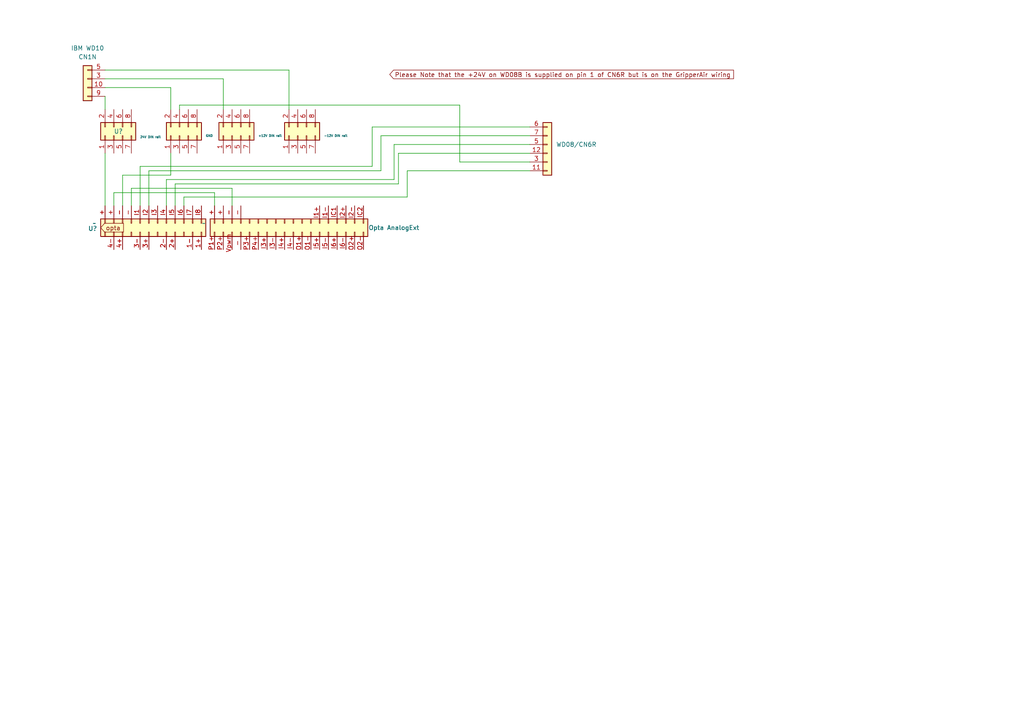
<source format=kicad_sch>
(kicad_sch
	(version 20231120)
	(generator "eeschema")
	(generator_version "8.0")
	(uuid "91c36254-6496-40d6-aa81-5485d6fad432")
	(paper "A4")
	(lib_symbols
		(symbol "Conn_02x04_Odd_Even_1"
			(pin_names
				(offset 1.016) hide)
			(exclude_from_sim no)
			(in_bom yes)
			(on_board yes)
			(property "Reference" ""
				(at 2.5401 -7.62 90)
				(effects
					(font
						(size 1.27 1.27)
					)
					(justify right)
				)
			)
			(property "Value" "GND"
				(at 0.0001 -7.62 90)
				(effects
					(font
						(size 1.27 1.27)
					)
					(justify right)
				)
			)
			(property "Footprint" ""
				(at 0 0 0)
				(effects
					(font
						(size 1.27 1.27)
					)
					(hide yes)
				)
			)
			(property "Datasheet" "~"
				(at 0 0 0)
				(effects
					(font
						(size 1.27 1.27)
					)
					(hide yes)
				)
			)
			(property "Description" "Generic connector, double row, 02x04, odd/even pin numbering scheme (row 1 odd numbers, row 2 even numbers), script generated (kicad-library-utils/schlib/autogen/connector/)"
				(at 0 0 0)
				(effects
					(font
						(size 1.27 1.27)
					)
					(hide yes)
				)
			)
			(property "ki_keywords" "connector"
				(at 0 0 0)
				(effects
					(font
						(size 1.27 1.27)
					)
					(hide yes)
				)
			)
			(property "ki_fp_filters" "Connector*:*_2x??_*"
				(at 0 0 0)
				(effects
					(font
						(size 1.27 1.27)
					)
					(hide yes)
				)
			)
			(symbol "Conn_02x04_Odd_Even_1_1_1"
				(rectangle
					(start -1.27 -4.953)
					(end 0 -5.207)
					(stroke
						(width 0.1524)
						(type default)
					)
					(fill
						(type none)
					)
				)
				(rectangle
					(start -1.27 -2.413)
					(end 0 -2.667)
					(stroke
						(width 0.1524)
						(type default)
					)
					(fill
						(type none)
					)
				)
				(rectangle
					(start -1.27 0.127)
					(end 0 -0.127)
					(stroke
						(width 0.1524)
						(type default)
					)
					(fill
						(type none)
					)
				)
				(rectangle
					(start -1.27 2.667)
					(end 0 2.413)
					(stroke
						(width 0.1524)
						(type default)
					)
					(fill
						(type none)
					)
				)
				(rectangle
					(start -1.27 3.81)
					(end 3.81 -6.35)
					(stroke
						(width 0.254)
						(type default)
					)
					(fill
						(type background)
					)
				)
				(rectangle
					(start 3.81 -4.953)
					(end 2.54 -5.207)
					(stroke
						(width 0.1524)
						(type default)
					)
					(fill
						(type none)
					)
				)
				(rectangle
					(start 3.81 -2.413)
					(end 2.54 -2.667)
					(stroke
						(width 0.1524)
						(type default)
					)
					(fill
						(type none)
					)
				)
				(rectangle
					(start 3.81 0.127)
					(end 2.54 -0.127)
					(stroke
						(width 0.1524)
						(type default)
					)
					(fill
						(type none)
					)
				)
				(rectangle
					(start 3.81 2.667)
					(end 2.54 2.413)
					(stroke
						(width 0.1524)
						(type default)
					)
					(fill
						(type none)
					)
				)
				(pin passive line
					(at -5.08 2.54 0)
					(length 3.81)
					(name "Pin_1"
						(effects
							(font
								(size 1.27 1.27)
							)
						)
					)
					(number "1"
						(effects
							(font
								(size 1.27 1.27)
							)
						)
					)
				)
				(pin passive line
					(at 7.62 2.54 180)
					(length 3.81)
					(name "Pin_2"
						(effects
							(font
								(size 1.27 1.27)
							)
						)
					)
					(number "2"
						(effects
							(font
								(size 1.27 1.27)
							)
						)
					)
				)
				(pin passive line
					(at -5.08 0 0)
					(length 3.81)
					(name "Pin_3"
						(effects
							(font
								(size 1.27 1.27)
							)
						)
					)
					(number "3"
						(effects
							(font
								(size 1.27 1.27)
							)
						)
					)
				)
				(pin passive line
					(at 7.62 0 180)
					(length 3.81)
					(name "Pin_4"
						(effects
							(font
								(size 1.27 1.27)
							)
						)
					)
					(number "4"
						(effects
							(font
								(size 1.27 1.27)
							)
						)
					)
				)
				(pin passive line
					(at -5.08 -2.54 0)
					(length 3.81)
					(name "Pin_5"
						(effects
							(font
								(size 1.27 1.27)
							)
						)
					)
					(number "5"
						(effects
							(font
								(size 1.27 1.27)
							)
						)
					)
				)
				(pin passive line
					(at 7.62 -2.54 180)
					(length 3.81)
					(name "Pin_6"
						(effects
							(font
								(size 1.27 1.27)
							)
						)
					)
					(number "6"
						(effects
							(font
								(size 1.27 1.27)
							)
						)
					)
				)
				(pin passive line
					(at -5.08 -5.08 0)
					(length 3.81)
					(name "Pin_7"
						(effects
							(font
								(size 1.27 1.27)
							)
						)
					)
					(number "7"
						(effects
							(font
								(size 1.27 1.27)
							)
						)
					)
				)
				(pin passive line
					(at 7.62 -5.08 180)
					(length 3.81)
					(name "Pin_8"
						(effects
							(font
								(size 1.27 1.27)
							)
						)
					)
					(number "8"
						(effects
							(font
								(size 1.27 1.27)
							)
						)
					)
				)
			)
		)
		(symbol "Conn_02x04_Odd_Even_2"
			(pin_names
				(offset 1.016) hide)
			(exclude_from_sim no)
			(in_bom yes)
			(on_board yes)
			(property "Reference" ""
				(at 2.5401 -7.62 90)
				(effects
					(font
						(size 1.27 1.27)
					)
					(justify right)
				)
			)
			(property "Value" "+12V DIN rail"
				(at 0.0001 -7.62 90)
				(effects
					(font
						(size 1.27 1.27)
					)
					(justify right)
				)
			)
			(property "Footprint" ""
				(at 0 0 0)
				(effects
					(font
						(size 1.27 1.27)
					)
					(hide yes)
				)
			)
			(property "Datasheet" "~"
				(at 0 0 0)
				(effects
					(font
						(size 1.27 1.27)
					)
					(hide yes)
				)
			)
			(property "Description" "Generic connector, double row, 02x04, odd/even pin numbering scheme (row 1 odd numbers, row 2 even numbers), script generated (kicad-library-utils/schlib/autogen/connector/)"
				(at 0 0 0)
				(effects
					(font
						(size 1.27 1.27)
					)
					(hide yes)
				)
			)
			(property "ki_keywords" "connector"
				(at 0 0 0)
				(effects
					(font
						(size 1.27 1.27)
					)
					(hide yes)
				)
			)
			(property "ki_fp_filters" "Connector*:*_2x??_*"
				(at 0 0 0)
				(effects
					(font
						(size 1.27 1.27)
					)
					(hide yes)
				)
			)
			(symbol "Conn_02x04_Odd_Even_2_1_1"
				(rectangle
					(start -1.27 -4.953)
					(end 0 -5.207)
					(stroke
						(width 0.1524)
						(type default)
					)
					(fill
						(type none)
					)
				)
				(rectangle
					(start -1.27 -2.413)
					(end 0 -2.667)
					(stroke
						(width 0.1524)
						(type default)
					)
					(fill
						(type none)
					)
				)
				(rectangle
					(start -1.27 0.127)
					(end 0 -0.127)
					(stroke
						(width 0.1524)
						(type default)
					)
					(fill
						(type none)
					)
				)
				(rectangle
					(start -1.27 2.667)
					(end 0 2.413)
					(stroke
						(width 0.1524)
						(type default)
					)
					(fill
						(type none)
					)
				)
				(rectangle
					(start -1.27 3.81)
					(end 3.81 -6.35)
					(stroke
						(width 0.254)
						(type default)
					)
					(fill
						(type background)
					)
				)
				(rectangle
					(start 3.81 -4.953)
					(end 2.54 -5.207)
					(stroke
						(width 0.1524)
						(type default)
					)
					(fill
						(type none)
					)
				)
				(rectangle
					(start 3.81 -2.413)
					(end 2.54 -2.667)
					(stroke
						(width 0.1524)
						(type default)
					)
					(fill
						(type none)
					)
				)
				(rectangle
					(start 3.81 0.127)
					(end 2.54 -0.127)
					(stroke
						(width 0.1524)
						(type default)
					)
					(fill
						(type none)
					)
				)
				(rectangle
					(start 3.81 2.667)
					(end 2.54 2.413)
					(stroke
						(width 0.1524)
						(type default)
					)
					(fill
						(type none)
					)
				)
				(pin passive line
					(at -5.08 2.54 0)
					(length 3.81)
					(name "Pin_1"
						(effects
							(font
								(size 1.27 1.27)
							)
						)
					)
					(number "1"
						(effects
							(font
								(size 1.27 1.27)
							)
						)
					)
				)
				(pin passive line
					(at 7.62 2.54 180)
					(length 3.81)
					(name "Pin_2"
						(effects
							(font
								(size 1.27 1.27)
							)
						)
					)
					(number "2"
						(effects
							(font
								(size 1.27 1.27)
							)
						)
					)
				)
				(pin passive line
					(at -5.08 0 0)
					(length 3.81)
					(name "Pin_3"
						(effects
							(font
								(size 1.27 1.27)
							)
						)
					)
					(number "3"
						(effects
							(font
								(size 1.27 1.27)
							)
						)
					)
				)
				(pin passive line
					(at 7.62 0 180)
					(length 3.81)
					(name "Pin_4"
						(effects
							(font
								(size 1.27 1.27)
							)
						)
					)
					(number "4"
						(effects
							(font
								(size 1.27 1.27)
							)
						)
					)
				)
				(pin passive line
					(at -5.08 -2.54 0)
					(length 3.81)
					(name "Pin_5"
						(effects
							(font
								(size 1.27 1.27)
							)
						)
					)
					(number "5"
						(effects
							(font
								(size 1.27 1.27)
							)
						)
					)
				)
				(pin passive line
					(at 7.62 -2.54 180)
					(length 3.81)
					(name "Pin_6"
						(effects
							(font
								(size 1.27 1.27)
							)
						)
					)
					(number "6"
						(effects
							(font
								(size 1.27 1.27)
							)
						)
					)
				)
				(pin passive line
					(at -5.08 -5.08 0)
					(length 3.81)
					(name "Pin_7"
						(effects
							(font
								(size 1.27 1.27)
							)
						)
					)
					(number "7"
						(effects
							(font
								(size 1.27 1.27)
							)
						)
					)
				)
				(pin passive line
					(at 7.62 -5.08 180)
					(length 3.81)
					(name "Pin_8"
						(effects
							(font
								(size 1.27 1.27)
							)
						)
					)
					(number "8"
						(effects
							(font
								(size 1.27 1.27)
							)
						)
					)
				)
			)
		)
		(symbol "Conn_02x04_Odd_Even_3"
			(pin_names
				(offset 1.016) hide)
			(exclude_from_sim no)
			(in_bom yes)
			(on_board yes)
			(property "Reference" "-12V"
				(at 2.5401 -7.62 90)
				(effects
					(font
						(size 1.27 1.27)
					)
					(justify right)
				)
			)
			(property "Value" "-12V DIN rail"
				(at 0.0001 -7.62 90)
				(effects
					(font
						(size 1.27 1.27)
					)
					(justify right)
				)
			)
			(property "Footprint" ""
				(at 0 0 0)
				(effects
					(font
						(size 1.27 1.27)
					)
					(hide yes)
				)
			)
			(property "Datasheet" "~"
				(at 0 0 0)
				(effects
					(font
						(size 1.27 1.27)
					)
					(hide yes)
				)
			)
			(property "Description" "Generic connector, double row, 02x04, odd/even pin numbering scheme (row 1 odd numbers, row 2 even numbers), script generated (kicad-library-utils/schlib/autogen/connector/)"
				(at 0 0 0)
				(effects
					(font
						(size 1.27 1.27)
					)
					(hide yes)
				)
			)
			(property "ki_keywords" "connector"
				(at 0 0 0)
				(effects
					(font
						(size 1.27 1.27)
					)
					(hide yes)
				)
			)
			(property "ki_fp_filters" "Connector*:*_2x??_*"
				(at 0 0 0)
				(effects
					(font
						(size 1.27 1.27)
					)
					(hide yes)
				)
			)
			(symbol "Conn_02x04_Odd_Even_3_1_1"
				(rectangle
					(start -1.27 -4.953)
					(end 0 -5.207)
					(stroke
						(width 0.1524)
						(type default)
					)
					(fill
						(type none)
					)
				)
				(rectangle
					(start -1.27 -2.413)
					(end 0 -2.667)
					(stroke
						(width 0.1524)
						(type default)
					)
					(fill
						(type none)
					)
				)
				(rectangle
					(start -1.27 0.127)
					(end 0 -0.127)
					(stroke
						(width 0.1524)
						(type default)
					)
					(fill
						(type none)
					)
				)
				(rectangle
					(start -1.27 2.667)
					(end 0 2.413)
					(stroke
						(width 0.1524)
						(type default)
					)
					(fill
						(type none)
					)
				)
				(rectangle
					(start -1.27 3.81)
					(end 3.81 -6.35)
					(stroke
						(width 0.254)
						(type default)
					)
					(fill
						(type background)
					)
				)
				(rectangle
					(start 3.81 -4.953)
					(end 2.54 -5.207)
					(stroke
						(width 0.1524)
						(type default)
					)
					(fill
						(type none)
					)
				)
				(rectangle
					(start 3.81 -2.413)
					(end 2.54 -2.667)
					(stroke
						(width 0.1524)
						(type default)
					)
					(fill
						(type none)
					)
				)
				(rectangle
					(start 3.81 0.127)
					(end 2.54 -0.127)
					(stroke
						(width 0.1524)
						(type default)
					)
					(fill
						(type none)
					)
				)
				(rectangle
					(start 3.81 2.667)
					(end 2.54 2.413)
					(stroke
						(width 0.1524)
						(type default)
					)
					(fill
						(type none)
					)
				)
				(pin passive line
					(at -5.08 2.54 0)
					(length 3.81)
					(name "Pin_1"
						(effects
							(font
								(size 1.27 1.27)
							)
						)
					)
					(number "1"
						(effects
							(font
								(size 1.27 1.27)
							)
						)
					)
				)
				(pin passive line
					(at 7.62 2.54 180)
					(length 3.81)
					(name "Pin_2"
						(effects
							(font
								(size 1.27 1.27)
							)
						)
					)
					(number "2"
						(effects
							(font
								(size 1.27 1.27)
							)
						)
					)
				)
				(pin passive line
					(at -5.08 0 0)
					(length 3.81)
					(name "Pin_3"
						(effects
							(font
								(size 1.27 1.27)
							)
						)
					)
					(number "3"
						(effects
							(font
								(size 1.27 1.27)
							)
						)
					)
				)
				(pin passive line
					(at 7.62 0 180)
					(length 3.81)
					(name "Pin_4"
						(effects
							(font
								(size 1.27 1.27)
							)
						)
					)
					(number "4"
						(effects
							(font
								(size 1.27 1.27)
							)
						)
					)
				)
				(pin passive line
					(at -5.08 -2.54 0)
					(length 3.81)
					(name "Pin_5"
						(effects
							(font
								(size 1.27 1.27)
							)
						)
					)
					(number "5"
						(effects
							(font
								(size 1.27 1.27)
							)
						)
					)
				)
				(pin passive line
					(at 7.62 -2.54 180)
					(length 3.81)
					(name "Pin_6"
						(effects
							(font
								(size 1.27 1.27)
							)
						)
					)
					(number "6"
						(effects
							(font
								(size 1.27 1.27)
							)
						)
					)
				)
				(pin passive line
					(at -5.08 -5.08 0)
					(length 3.81)
					(name "Pin_7"
						(effects
							(font
								(size 1.27 1.27)
							)
						)
					)
					(number "7"
						(effects
							(font
								(size 1.27 1.27)
							)
						)
					)
				)
				(pin passive line
					(at 7.62 -5.08 180)
					(length 3.81)
					(name "Pin_8"
						(effects
							(font
								(size 1.27 1.27)
							)
						)
					)
					(number "8"
						(effects
							(font
								(size 1.27 1.27)
							)
						)
					)
				)
			)
		)
		(symbol "Connector_Generic:Conn_01x04"
			(pin_names
				(offset 1.016) hide)
			(exclude_from_sim no)
			(in_bom yes)
			(on_board yes)
			(property "Reference" "IBM WD10"
				(at 0 -11.43 0)
				(effects
					(font
						(size 1.27 1.27)
					)
				)
			)
			(property "Value" "CN1N"
				(at 0 -8.89 0)
				(effects
					(font
						(size 1.27 1.27)
					)
				)
			)
			(property "Footprint" ""
				(at 0 0 0)
				(effects
					(font
						(size 1.27 1.27)
					)
					(hide yes)
				)
			)
			(property "Datasheet" "~"
				(at 0 0 0)
				(effects
					(font
						(size 1.27 1.27)
					)
					(hide yes)
				)
			)
			(property "Description" "Generic connector, single row, 01x04, script generated (kicad-library-utils/schlib/autogen/connector/)"
				(at 0 0 0)
				(effects
					(font
						(size 1.27 1.27)
					)
					(hide yes)
				)
			)
			(property "ki_keywords" "connector"
				(at 0 0 0)
				(effects
					(font
						(size 1.27 1.27)
					)
					(hide yes)
				)
			)
			(property "ki_fp_filters" "Connector*:*_1x??_*"
				(at 0 0 0)
				(effects
					(font
						(size 1.27 1.27)
					)
					(hide yes)
				)
			)
			(symbol "Conn_01x04_1_1"
				(rectangle
					(start -1.27 -4.953)
					(end 0 -5.207)
					(stroke
						(width 0.1524)
						(type default)
					)
					(fill
						(type none)
					)
				)
				(rectangle
					(start -1.27 -2.413)
					(end 0 -2.667)
					(stroke
						(width 0.1524)
						(type default)
					)
					(fill
						(type none)
					)
				)
				(rectangle
					(start -1.27 0.127)
					(end 0 -0.127)
					(stroke
						(width 0.1524)
						(type default)
					)
					(fill
						(type none)
					)
				)
				(rectangle
					(start -1.27 2.667)
					(end 0 2.413)
					(stroke
						(width 0.1524)
						(type default)
					)
					(fill
						(type none)
					)
				)
				(rectangle
					(start -1.27 3.81)
					(end 1.27 -6.35)
					(stroke
						(width 0.254)
						(type default)
					)
					(fill
						(type background)
					)
				)
				(pin passive line
					(at -5.08 0 0)
					(length 3.81)
					(name "Pin_2"
						(effects
							(font
								(size 1.27 1.27)
							)
						)
					)
					(number "10"
						(effects
							(font
								(size 1.27 1.27)
							)
						)
					)
				)
				(pin passive line
					(at -5.08 -2.54 0)
					(length 3.81)
					(name "Pin_3"
						(effects
							(font
								(size 1.27 1.27)
							)
						)
					)
					(number "3"
						(effects
							(font
								(size 1.27 1.27)
							)
						)
					)
				)
				(pin passive line
					(at -5.08 -5.08 0)
					(length 3.81)
					(name "Pin_4"
						(effects
							(font
								(size 1.27 1.27)
							)
						)
					)
					(number "5"
						(effects
							(font
								(size 1.27 1.27)
							)
						)
					)
				)
				(pin passive line
					(at -5.08 2.54 0)
					(length 3.81)
					(name "Pin_1"
						(effects
							(font
								(size 1.27 1.27)
							)
						)
					)
					(number "9"
						(effects
							(font
								(size 1.27 1.27)
							)
						)
					)
				)
			)
		)
		(symbol "Connector_Generic:Conn_01x06"
			(pin_names
				(offset 1.016) hide)
			(exclude_from_sim no)
			(in_bom yes)
			(on_board yes)
			(property "Reference" "WD08/CN6R"
				(at 2.54 0.0001 0)
				(effects
					(font
						(size 1.27 1.27)
					)
					(justify left)
				)
			)
			(property "Value" "Conn_01x06"
				(at 2.54 -2.5399 0)
				(effects
					(font
						(size 1.27 1.27)
					)
					(justify left)
					(hide yes)
				)
			)
			(property "Footprint" ""
				(at 0 0 0)
				(effects
					(font
						(size 1.27 1.27)
					)
					(hide yes)
				)
			)
			(property "Datasheet" "~"
				(at 0 0 0)
				(effects
					(font
						(size 1.27 1.27)
					)
					(hide yes)
				)
			)
			(property "Description" "Generic connector, single row, 01x06, script generated (kicad-library-utils/schlib/autogen/connector/)"
				(at 0 0 0)
				(effects
					(font
						(size 1.27 1.27)
					)
					(hide yes)
				)
			)
			(property "ki_keywords" "connector"
				(at 0 0 0)
				(effects
					(font
						(size 1.27 1.27)
					)
					(hide yes)
				)
			)
			(property "ki_fp_filters" "Connector*:*_1x??_*"
				(at 0 0 0)
				(effects
					(font
						(size 1.27 1.27)
					)
					(hide yes)
				)
			)
			(symbol "Conn_01x06_1_1"
				(rectangle
					(start -1.27 -7.493)
					(end 0 -7.747)
					(stroke
						(width 0.1524)
						(type default)
					)
					(fill
						(type none)
					)
				)
				(rectangle
					(start -1.27 -4.953)
					(end 0 -5.207)
					(stroke
						(width 0.1524)
						(type default)
					)
					(fill
						(type none)
					)
				)
				(rectangle
					(start -1.27 -2.413)
					(end 0 -2.667)
					(stroke
						(width 0.1524)
						(type default)
					)
					(fill
						(type none)
					)
				)
				(rectangle
					(start -1.27 0.127)
					(end 0 -0.127)
					(stroke
						(width 0.1524)
						(type default)
					)
					(fill
						(type none)
					)
				)
				(rectangle
					(start -1.27 2.667)
					(end 0 2.413)
					(stroke
						(width 0.1524)
						(type default)
					)
					(fill
						(type none)
					)
				)
				(rectangle
					(start -1.27 5.207)
					(end 0 4.953)
					(stroke
						(width 0.1524)
						(type default)
					)
					(fill
						(type none)
					)
				)
				(rectangle
					(start -1.27 6.35)
					(end 1.27 -8.89)
					(stroke
						(width 0.254)
						(type default)
					)
					(fill
						(type background)
					)
				)
				(pin passive line
					(at -5.08 -7.62 0)
					(length 3.81)
					(name "Pin_6"
						(effects
							(font
								(size 1.27 1.27)
							)
						)
					)
					(number "11"
						(effects
							(font
								(size 1.27 1.27)
							)
						)
					)
				)
				(pin passive line
					(at -5.08 -2.54 0)
					(length 3.81)
					(name "Pin_4"
						(effects
							(font
								(size 1.27 1.27)
							)
						)
					)
					(number "12"
						(effects
							(font
								(size 1.27 1.27)
							)
						)
					)
				)
				(pin passive line
					(at -5.08 -5.08 0)
					(length 3.81)
					(name "Pin_5"
						(effects
							(font
								(size 1.27 1.27)
							)
						)
					)
					(number "3"
						(effects
							(font
								(size 1.27 1.27)
							)
						)
					)
				)
				(pin passive line
					(at -5.08 0 0)
					(length 3.81)
					(name "Pin_3"
						(effects
							(font
								(size 1.27 1.27)
							)
						)
					)
					(number "5"
						(effects
							(font
								(size 1.27 1.27)
							)
						)
					)
				)
				(pin passive line
					(at -5.08 5.08 0)
					(length 3.81)
					(name "Pin_1"
						(effects
							(font
								(size 1.27 1.27)
							)
						)
					)
					(number "6"
						(effects
							(font
								(size 1.27 1.27)
							)
						)
					)
				)
				(pin passive line
					(at -5.08 2.54 0)
					(length 3.81)
					(name "Pin_2"
						(effects
							(font
								(size 1.27 1.27)
							)
						)
					)
					(number "7"
						(effects
							(font
								(size 1.27 1.27)
							)
						)
					)
				)
			)
		)
		(symbol "Connector_Generic:Conn_02x04_Odd_Even"
			(pin_names
				(offset 1.016) hide)
			(exclude_from_sim no)
			(in_bom yes)
			(on_board yes)
			(property "Reference" ""
				(at 2.5401 -7.62 90)
				(effects
					(font
						(size 1.27 1.27)
					)
					(justify right)
				)
			)
			(property "Value" "24V DIN rail"
				(at 0.0001 -7.62 90)
				(effects
					(font
						(size 1.27 1.27)
					)
					(justify right)
				)
			)
			(property "Footprint" ""
				(at 0 0 0)
				(effects
					(font
						(size 1.27 1.27)
					)
					(hide yes)
				)
			)
			(property "Datasheet" "~"
				(at 0 0 0)
				(effects
					(font
						(size 1.27 1.27)
					)
					(hide yes)
				)
			)
			(property "Description" "Generic connector, double row, 02x04, odd/even pin numbering scheme (row 1 odd numbers, row 2 even numbers), script generated (kicad-library-utils/schlib/autogen/connector/)"
				(at 0 0 0)
				(effects
					(font
						(size 1.27 1.27)
					)
					(hide yes)
				)
			)
			(property "ki_keywords" "connector"
				(at 0 0 0)
				(effects
					(font
						(size 1.27 1.27)
					)
					(hide yes)
				)
			)
			(property "ki_fp_filters" "Connector*:*_2x??_*"
				(at 0 0 0)
				(effects
					(font
						(size 1.27 1.27)
					)
					(hide yes)
				)
			)
			(symbol "Conn_02x04_Odd_Even_1_1"
				(rectangle
					(start -1.27 -4.953)
					(end 0 -5.207)
					(stroke
						(width 0.1524)
						(type default)
					)
					(fill
						(type none)
					)
				)
				(rectangle
					(start -1.27 -2.413)
					(end 0 -2.667)
					(stroke
						(width 0.1524)
						(type default)
					)
					(fill
						(type none)
					)
				)
				(rectangle
					(start -1.27 0.127)
					(end 0 -0.127)
					(stroke
						(width 0.1524)
						(type default)
					)
					(fill
						(type none)
					)
				)
				(rectangle
					(start -1.27 2.667)
					(end 0 2.413)
					(stroke
						(width 0.1524)
						(type default)
					)
					(fill
						(type none)
					)
				)
				(rectangle
					(start -1.27 3.81)
					(end 3.81 -6.35)
					(stroke
						(width 0.254)
						(type default)
					)
					(fill
						(type background)
					)
				)
				(rectangle
					(start 3.81 -4.953)
					(end 2.54 -5.207)
					(stroke
						(width 0.1524)
						(type default)
					)
					(fill
						(type none)
					)
				)
				(rectangle
					(start 3.81 -2.413)
					(end 2.54 -2.667)
					(stroke
						(width 0.1524)
						(type default)
					)
					(fill
						(type none)
					)
				)
				(rectangle
					(start 3.81 0.127)
					(end 2.54 -0.127)
					(stroke
						(width 0.1524)
						(type default)
					)
					(fill
						(type none)
					)
				)
				(rectangle
					(start 3.81 2.667)
					(end 2.54 2.413)
					(stroke
						(width 0.1524)
						(type default)
					)
					(fill
						(type none)
					)
				)
				(pin passive line
					(at -5.08 2.54 0)
					(length 3.81)
					(name "Pin_1"
						(effects
							(font
								(size 1.27 1.27)
							)
						)
					)
					(number "1"
						(effects
							(font
								(size 1.27 1.27)
							)
						)
					)
				)
				(pin passive line
					(at 7.62 2.54 180)
					(length 3.81)
					(name "Pin_2"
						(effects
							(font
								(size 1.27 1.27)
							)
						)
					)
					(number "2"
						(effects
							(font
								(size 1.27 1.27)
							)
						)
					)
				)
				(pin passive line
					(at -5.08 0 0)
					(length 3.81)
					(name "Pin_3"
						(effects
							(font
								(size 1.27 1.27)
							)
						)
					)
					(number "3"
						(effects
							(font
								(size 1.27 1.27)
							)
						)
					)
				)
				(pin passive line
					(at 7.62 0 180)
					(length 3.81)
					(name "Pin_4"
						(effects
							(font
								(size 1.27 1.27)
							)
						)
					)
					(number "4"
						(effects
							(font
								(size 1.27 1.27)
							)
						)
					)
				)
				(pin passive line
					(at -5.08 -2.54 0)
					(length 3.81)
					(name "Pin_5"
						(effects
							(font
								(size 1.27 1.27)
							)
						)
					)
					(number "5"
						(effects
							(font
								(size 1.27 1.27)
							)
						)
					)
				)
				(pin passive line
					(at 7.62 -2.54 180)
					(length 3.81)
					(name "Pin_6"
						(effects
							(font
								(size 1.27 1.27)
							)
						)
					)
					(number "6"
						(effects
							(font
								(size 1.27 1.27)
							)
						)
					)
				)
				(pin passive line
					(at -5.08 -5.08 0)
					(length 3.81)
					(name "Pin_7"
						(effects
							(font
								(size 1.27 1.27)
							)
						)
					)
					(number "7"
						(effects
							(font
								(size 1.27 1.27)
							)
						)
					)
				)
				(pin passive line
					(at 7.62 -5.08 180)
					(length 3.81)
					(name "Pin_8"
						(effects
							(font
								(size 1.27 1.27)
							)
						)
					)
					(number "8"
						(effects
							(font
								(size 1.27 1.27)
							)
						)
					)
				)
			)
		)
		(symbol "Connector_Generic:Conn_02x12_Counter_Clockwise"
			(pin_names
				(offset 1.016) hide)
			(exclude_from_sim no)
			(in_bom yes)
			(on_board yes)
			(property "Reference" ""
				(at 2.5401 15.24 90)
				(effects
					(font
						(size 1.27 1.27)
					)
					(justify left)
				)
			)
			(property "Value" "OptaPro"
				(at 0.0001 15.24 90)
				(effects
					(font
						(size 1.27 1.27)
					)
					(justify left)
				)
			)
			(property "Footprint" ""
				(at 0 0 0)
				(effects
					(font
						(size 1.27 1.27)
					)
					(hide yes)
				)
			)
			(property "Datasheet" "~"
				(at 0 0 0)
				(effects
					(font
						(size 1.27 1.27)
					)
					(hide yes)
				)
			)
			(property "Description" "Generic connector, double row, 02x12, counter clockwise pin numbering scheme (similar to DIP package numbering), script generated "
				(at 0 0 0)
				(effects
					(font
						(size 1.27 1.27)
					)
					(hide yes)
				)
			)
			(property "ki_keywords" "connector"
				(at 0 0 0)
				(effects
					(font
						(size 1.27 1.27)
					)
					(hide yes)
				)
			)
			(property "ki_fp_filters" "Connector*:*_2x??_*"
				(at 0 0 0)
				(effects
					(font
						(size 1.27 1.27)
					)
					(hide yes)
				)
			)
			(symbol "Conn_02x12_Counter_Clockwise_1_1"
				(rectangle
					(start -1.27 -15.113)
					(end 0 -15.367)
					(stroke
						(width 0.1524)
						(type default)
					)
					(fill
						(type none)
					)
				)
				(rectangle
					(start -1.27 -12.573)
					(end 0 -12.827)
					(stroke
						(width 0.1524)
						(type default)
					)
					(fill
						(type none)
					)
				)
				(rectangle
					(start -1.27 -10.033)
					(end 0 -10.287)
					(stroke
						(width 0.1524)
						(type default)
					)
					(fill
						(type none)
					)
				)
				(rectangle
					(start -1.27 -7.493)
					(end 0 -7.747)
					(stroke
						(width 0.1524)
						(type default)
					)
					(fill
						(type none)
					)
				)
				(rectangle
					(start -1.27 -4.953)
					(end 0 -5.207)
					(stroke
						(width 0.1524)
						(type default)
					)
					(fill
						(type none)
					)
				)
				(rectangle
					(start -1.27 -2.413)
					(end 0 -2.667)
					(stroke
						(width 0.1524)
						(type default)
					)
					(fill
						(type none)
					)
				)
				(rectangle
					(start -1.27 0.127)
					(end 0 -0.127)
					(stroke
						(width 0.1524)
						(type default)
					)
					(fill
						(type none)
					)
				)
				(rectangle
					(start -1.27 2.667)
					(end 0 2.413)
					(stroke
						(width 0.1524)
						(type default)
					)
					(fill
						(type none)
					)
				)
				(rectangle
					(start -1.27 5.207)
					(end 0 4.953)
					(stroke
						(width 0.1524)
						(type default)
					)
					(fill
						(type none)
					)
				)
				(rectangle
					(start -1.27 7.747)
					(end 0 7.493)
					(stroke
						(width 0.1524)
						(type default)
					)
					(fill
						(type none)
					)
				)
				(rectangle
					(start -1.27 10.287)
					(end 0 10.033)
					(stroke
						(width 0.1524)
						(type default)
					)
					(fill
						(type none)
					)
				)
				(rectangle
					(start -1.27 12.827)
					(end 0 12.573)
					(stroke
						(width 0.1524)
						(type default)
					)
					(fill
						(type none)
					)
				)
				(rectangle
					(start -1.27 13.97)
					(end 3.81 -16.51)
					(stroke
						(width 0.254)
						(type default)
					)
					(fill
						(type background)
					)
				)
				(rectangle
					(start 3.81 -15.113)
					(end 2.54 -15.367)
					(stroke
						(width 0.1524)
						(type default)
					)
					(fill
						(type none)
					)
				)
				(rectangle
					(start 3.81 -12.573)
					(end 2.54 -12.827)
					(stroke
						(width 0.1524)
						(type default)
					)
					(fill
						(type none)
					)
				)
				(rectangle
					(start 3.81 -10.033)
					(end 2.54 -10.287)
					(stroke
						(width 0.1524)
						(type default)
					)
					(fill
						(type none)
					)
				)
				(rectangle
					(start 3.81 -7.493)
					(end 2.54 -7.747)
					(stroke
						(width 0.1524)
						(type default)
					)
					(fill
						(type none)
					)
				)
				(rectangle
					(start 3.81 -4.953)
					(end 2.54 -5.207)
					(stroke
						(width 0.1524)
						(type default)
					)
					(fill
						(type none)
					)
				)
				(rectangle
					(start 3.81 -2.413)
					(end 2.54 -2.667)
					(stroke
						(width 0.1524)
						(type default)
					)
					(fill
						(type none)
					)
				)
				(rectangle
					(start 3.81 0.127)
					(end 2.54 -0.127)
					(stroke
						(width 0.1524)
						(type default)
					)
					(fill
						(type none)
					)
				)
				(rectangle
					(start 3.81 2.667)
					(end 2.54 2.413)
					(stroke
						(width 0.1524)
						(type default)
					)
					(fill
						(type none)
					)
				)
				(rectangle
					(start 3.81 5.207)
					(end 2.54 4.953)
					(stroke
						(width 0.1524)
						(type default)
					)
					(fill
						(type none)
					)
				)
				(rectangle
					(start 3.81 7.747)
					(end 2.54 7.493)
					(stroke
						(width 0.1524)
						(type default)
					)
					(fill
						(type none)
					)
				)
				(rectangle
					(start 3.81 10.287)
					(end 2.54 10.033)
					(stroke
						(width 0.1524)
						(type default)
					)
					(fill
						(type none)
					)
				)
				(rectangle
					(start 3.81 12.827)
					(end 2.54 12.573)
					(stroke
						(width 0.1524)
						(type default)
					)
					(fill
						(type none)
					)
				)
				(pin passive line
					(at -5.08 12.7 0)
					(length 3.81)
					(name "Pin_1"
						(effects
							(font
								(size 1.27 1.27)
							)
						)
					)
					(number "+"
						(effects
							(font
								(size 1.27 1.27)
							)
						)
					)
				)
				(pin passive line
					(at -5.08 10.16 0)
					(length 3.81)
					(name "Pin_2"
						(effects
							(font
								(size 1.27 1.27)
							)
						)
					)
					(number "+"
						(effects
							(font
								(size 1.27 1.27)
							)
						)
					)
				)
				(pin passive line
					(at -5.08 7.62 0)
					(length 3.81)
					(name "Pin_3"
						(effects
							(font
								(size 1.27 1.27)
							)
						)
					)
					(number "-"
						(effects
							(font
								(size 1.27 1.27)
							)
						)
					)
				)
				(pin passive line
					(at -5.08 5.08 0)
					(length 3.81)
					(name "Pin_4"
						(effects
							(font
								(size 1.27 1.27)
							)
						)
					)
					(number "-"
						(effects
							(font
								(size 1.27 1.27)
							)
						)
					)
				)
				(pin passive line
					(at 7.62 -15.24 180)
					(length 3.81)
					(name "Pin_13"
						(effects
							(font
								(size 1.27 1.27)
							)
						)
					)
					(number "1+"
						(effects
							(font
								(size 1.27 1.27)
							)
						)
					)
				)
				(pin passive line
					(at 7.62 -12.7 180)
					(length 3.81)
					(name "Pin_14"
						(effects
							(font
								(size 1.27 1.27)
							)
						)
					)
					(number "1-"
						(effects
							(font
								(size 1.27 1.27)
							)
						)
					)
				)
				(pin passive line
					(at 7.62 -7.62 180)
					(length 3.81)
					(name "Pin_16"
						(effects
							(font
								(size 1.27 1.27)
							)
						)
					)
					(number "2+"
						(effects
							(font
								(size 1.27 1.27)
							)
						)
					)
				)
				(pin passive line
					(at 7.62 -5.08 180)
					(length 3.81)
					(name "Pin_17"
						(effects
							(font
								(size 1.27 1.27)
							)
						)
					)
					(number "2-"
						(effects
							(font
								(size 1.27 1.27)
							)
						)
					)
				)
				(pin passive line
					(at 7.62 0 180)
					(length 3.81)
					(name "Pin_19"
						(effects
							(font
								(size 1.27 1.27)
							)
						)
					)
					(number "3+"
						(effects
							(font
								(size 1.27 1.27)
							)
						)
					)
				)
				(pin passive line
					(at 7.62 2.54 180)
					(length 3.81)
					(name "Pin_20"
						(effects
							(font
								(size 1.27 1.27)
							)
						)
					)
					(number "3-"
						(effects
							(font
								(size 1.27 1.27)
							)
						)
					)
				)
				(pin passive line
					(at 7.62 7.62 180)
					(length 3.81)
					(name "Pin_22"
						(effects
							(font
								(size 1.27 1.27)
							)
						)
					)
					(number "4+"
						(effects
							(font
								(size 1.27 1.27)
							)
						)
					)
				)
				(pin passive line
					(at 7.62 10.16 180)
					(length 3.81)
					(name "Pin_23"
						(effects
							(font
								(size 1.27 1.27)
							)
						)
					)
					(number "4-"
						(effects
							(font
								(size 1.27 1.27)
							)
						)
					)
				)
				(pin passive line
					(at -5.08 2.54 0)
					(length 3.81)
					(name "Pin_5"
						(effects
							(font
								(size 1.27 1.27)
							)
						)
					)
					(number "I1"
						(effects
							(font
								(size 1.27 1.27)
							)
						)
					)
				)
				(pin passive line
					(at -5.08 0 0)
					(length 3.81)
					(name "Pin_6"
						(effects
							(font
								(size 1.27 1.27)
							)
						)
					)
					(number "I2"
						(effects
							(font
								(size 1.27 1.27)
							)
						)
					)
				)
				(pin passive line
					(at -5.08 -2.54 0)
					(length 3.81)
					(name "Pin_7"
						(effects
							(font
								(size 1.27 1.27)
							)
						)
					)
					(number "I3"
						(effects
							(font
								(size 1.27 1.27)
							)
						)
					)
				)
				(pin passive line
					(at -5.08 -5.08 0)
					(length 3.81)
					(name "Pin_8"
						(effects
							(font
								(size 1.27 1.27)
							)
						)
					)
					(number "I4"
						(effects
							(font
								(size 1.27 1.27)
							)
						)
					)
				)
				(pin passive line
					(at -5.08 -7.62 0)
					(length 3.81)
					(name "Pin_9"
						(effects
							(font
								(size 1.27 1.27)
							)
						)
					)
					(number "I5"
						(effects
							(font
								(size 1.27 1.27)
							)
						)
					)
				)
				(pin passive line
					(at -5.08 -10.16 0)
					(length 3.81)
					(name "Pin_10"
						(effects
							(font
								(size 1.27 1.27)
							)
						)
					)
					(number "I6"
						(effects
							(font
								(size 1.27 1.27)
							)
						)
					)
				)
				(pin passive line
					(at -5.08 -12.7 0)
					(length 3.81)
					(name "Pin_11"
						(effects
							(font
								(size 1.27 1.27)
							)
						)
					)
					(number "I7"
						(effects
							(font
								(size 1.27 1.27)
							)
						)
					)
				)
				(pin passive line
					(at -5.08 -15.24 0)
					(length 3.81)
					(name "Pin_12"
						(effects
							(font
								(size 1.27 1.27)
							)
						)
					)
					(number "I8"
						(effects
							(font
								(size 1.27 1.27)
							)
						)
					)
				)
			)
		)
		(symbol "Connector_Generic:Conn_02x18_Counter_Clockwise"
			(pin_names
				(offset 1.016) hide)
			(exclude_from_sim no)
			(in_bom yes)
			(on_board yes)
			(property "Reference" "Opta AnalogExt"
				(at 1.27 -27.432 90)
				(effects
					(font
						(size 1.27 1.27)
					)
					(justify left)
				)
			)
			(property "Value" "~"
				(at 0.0001 22.86 90)
				(effects
					(font
						(size 1.27 1.27)
					)
					(justify left)
				)
			)
			(property "Footprint" ""
				(at 0 0 0)
				(effects
					(font
						(size 1.27 1.27)
					)
					(hide yes)
				)
			)
			(property "Datasheet" "~"
				(at 0 0 0)
				(effects
					(font
						(size 1.27 1.27)
					)
					(hide yes)
				)
			)
			(property "Description" "Generic connector, double row, 02x18, counter clockwise pin numbering scheme (similar to DIP package numbering), script generated (kicad-library-utils/schlib/autogen/connector/)"
				(at 0 0 0)
				(effects
					(font
						(size 1.27 1.27)
					)
					(hide yes)
				)
			)
			(property "ki_keywords" "connector"
				(at 0 0 0)
				(effects
					(font
						(size 1.27 1.27)
					)
					(hide yes)
				)
			)
			(property "ki_fp_filters" "Connector*:*_2x??_*"
				(at 0 0 0)
				(effects
					(font
						(size 1.27 1.27)
					)
					(hide yes)
				)
			)
			(symbol "Conn_02x18_Counter_Clockwise_1_1"
				(rectangle
					(start -1.27 -22.733)
					(end 0 -22.987)
					(stroke
						(width 0.1524)
						(type default)
					)
					(fill
						(type none)
					)
				)
				(rectangle
					(start -1.27 -20.193)
					(end 0 -20.447)
					(stroke
						(width 0.1524)
						(type default)
					)
					(fill
						(type none)
					)
				)
				(rectangle
					(start -1.27 -17.653)
					(end 0 -17.907)
					(stroke
						(width 0.1524)
						(type default)
					)
					(fill
						(type none)
					)
				)
				(rectangle
					(start -1.27 -15.113)
					(end 0 -15.367)
					(stroke
						(width 0.1524)
						(type default)
					)
					(fill
						(type none)
					)
				)
				(rectangle
					(start -1.27 -12.573)
					(end 0 -12.827)
					(stroke
						(width 0.1524)
						(type default)
					)
					(fill
						(type none)
					)
				)
				(rectangle
					(start -1.27 -10.033)
					(end 0 -10.287)
					(stroke
						(width 0.1524)
						(type default)
					)
					(fill
						(type none)
					)
				)
				(rectangle
					(start -1.27 -7.493)
					(end 0 -7.747)
					(stroke
						(width 0.1524)
						(type default)
					)
					(fill
						(type none)
					)
				)
				(rectangle
					(start -1.27 -4.953)
					(end 0 -5.207)
					(stroke
						(width 0.1524)
						(type default)
					)
					(fill
						(type none)
					)
				)
				(rectangle
					(start -1.27 -2.413)
					(end 0 -2.667)
					(stroke
						(width 0.1524)
						(type default)
					)
					(fill
						(type none)
					)
				)
				(rectangle
					(start -1.27 0.127)
					(end 0 -0.127)
					(stroke
						(width 0.1524)
						(type default)
					)
					(fill
						(type none)
					)
				)
				(rectangle
					(start -1.27 2.667)
					(end 0 2.413)
					(stroke
						(width 0.1524)
						(type default)
					)
					(fill
						(type none)
					)
				)
				(rectangle
					(start -1.27 5.207)
					(end 0 4.953)
					(stroke
						(width 0.1524)
						(type default)
					)
					(fill
						(type none)
					)
				)
				(rectangle
					(start -1.27 7.747)
					(end 0 7.493)
					(stroke
						(width 0.1524)
						(type default)
					)
					(fill
						(type none)
					)
				)
				(rectangle
					(start -1.27 10.287)
					(end 0 10.033)
					(stroke
						(width 0.1524)
						(type default)
					)
					(fill
						(type none)
					)
				)
				(rectangle
					(start -1.27 12.827)
					(end 0 12.573)
					(stroke
						(width 0.1524)
						(type default)
					)
					(fill
						(type none)
					)
				)
				(rectangle
					(start -1.27 15.367)
					(end 0 15.113)
					(stroke
						(width 0.1524)
						(type default)
					)
					(fill
						(type none)
					)
				)
				(rectangle
					(start -1.27 17.907)
					(end 0 17.653)
					(stroke
						(width 0.1524)
						(type default)
					)
					(fill
						(type none)
					)
				)
				(rectangle
					(start -1.27 20.447)
					(end 0 20.193)
					(stroke
						(width 0.1524)
						(type default)
					)
					(fill
						(type none)
					)
				)
				(rectangle
					(start -1.27 21.59)
					(end 3.81 -24.13)
					(stroke
						(width 0.254)
						(type default)
					)
					(fill
						(type background)
					)
				)
				(rectangle
					(start 3.81 -22.733)
					(end 2.54 -22.987)
					(stroke
						(width 0.1524)
						(type default)
					)
					(fill
						(type none)
					)
				)
				(rectangle
					(start 3.81 -20.193)
					(end 2.54 -20.447)
					(stroke
						(width 0.1524)
						(type default)
					)
					(fill
						(type none)
					)
				)
				(rectangle
					(start 3.81 -17.653)
					(end 2.54 -17.907)
					(stroke
						(width 0.1524)
						(type default)
					)
					(fill
						(type none)
					)
				)
				(rectangle
					(start 3.81 -15.113)
					(end 2.54 -15.367)
					(stroke
						(width 0.1524)
						(type default)
					)
					(fill
						(type none)
					)
				)
				(rectangle
					(start 3.81 -12.573)
					(end 2.54 -12.827)
					(stroke
						(width 0.1524)
						(type default)
					)
					(fill
						(type none)
					)
				)
				(rectangle
					(start 3.81 -10.033)
					(end 2.54 -10.287)
					(stroke
						(width 0.1524)
						(type default)
					)
					(fill
						(type none)
					)
				)
				(rectangle
					(start 3.81 -7.493)
					(end 2.54 -7.747)
					(stroke
						(width 0.1524)
						(type default)
					)
					(fill
						(type none)
					)
				)
				(rectangle
					(start 3.81 -4.953)
					(end 2.54 -5.207)
					(stroke
						(width 0.1524)
						(type default)
					)
					(fill
						(type none)
					)
				)
				(rectangle
					(start 3.81 -2.413)
					(end 2.54 -2.667)
					(stroke
						(width 0.1524)
						(type default)
					)
					(fill
						(type none)
					)
				)
				(rectangle
					(start 3.81 0.127)
					(end 2.54 -0.127)
					(stroke
						(width 0.1524)
						(type default)
					)
					(fill
						(type none)
					)
				)
				(rectangle
					(start 3.81 2.667)
					(end 2.54 2.413)
					(stroke
						(width 0.1524)
						(type default)
					)
					(fill
						(type none)
					)
				)
				(rectangle
					(start 3.81 5.207)
					(end 2.54 4.953)
					(stroke
						(width 0.1524)
						(type default)
					)
					(fill
						(type none)
					)
				)
				(rectangle
					(start 3.81 7.747)
					(end 2.54 7.493)
					(stroke
						(width 0.1524)
						(type default)
					)
					(fill
						(type none)
					)
				)
				(rectangle
					(start 3.81 10.287)
					(end 2.54 10.033)
					(stroke
						(width 0.1524)
						(type default)
					)
					(fill
						(type none)
					)
				)
				(rectangle
					(start 3.81 12.827)
					(end 2.54 12.573)
					(stroke
						(width 0.1524)
						(type default)
					)
					(fill
						(type none)
					)
				)
				(rectangle
					(start 3.81 15.367)
					(end 2.54 15.113)
					(stroke
						(width 0.1524)
						(type default)
					)
					(fill
						(type none)
					)
				)
				(rectangle
					(start 3.81 17.907)
					(end 2.54 17.653)
					(stroke
						(width 0.1524)
						(type default)
					)
					(fill
						(type none)
					)
				)
				(rectangle
					(start 3.81 20.447)
					(end 2.54 20.193)
					(stroke
						(width 0.1524)
						(type default)
					)
					(fill
						(type none)
					)
				)
				(pin passive line
					(at -5.08 20.32 0)
					(length 3.81)
					(name "Pin_1"
						(effects
							(font
								(size 1.27 1.27)
							)
						)
					)
					(number "+"
						(effects
							(font
								(size 1.27 1.27)
							)
						)
					)
				)
				(pin passive line
					(at -5.08 17.78 0)
					(length 3.81)
					(name "Pin_2"
						(effects
							(font
								(size 1.27 1.27)
							)
						)
					)
					(number "+"
						(effects
							(font
								(size 1.27 1.27)
							)
						)
					)
				)
				(pin passive line
					(at -5.08 15.24 0)
					(length 3.81)
					(name "Pin_3"
						(effects
							(font
								(size 1.27 1.27)
							)
						)
					)
					(number "-"
						(effects
							(font
								(size 1.27 1.27)
							)
						)
					)
				)
				(pin passive line
					(at 7.62 12.7 180)
					(length 3.81)
					(name "Pin_33"
						(effects
							(font
								(size 1.27 1.27)
							)
						)
					)
					(number "-"
						(effects
							(font
								(size 1.27 1.27)
							)
						)
					)
				)
				(pin passive line
					(at -5.08 12.7 0)
					(length 3.81)
					(name "Pin_4"
						(effects
							(font
								(size 1.27 1.27)
							)
						)
					)
					(number "-"
						(effects
							(font
								(size 1.27 1.27)
							)
						)
					)
				)
				(pin passive line
					(at -5.08 -10.16 0)
					(length 3.81)
					(name "Pin_13"
						(effects
							(font
								(size 1.27 1.27)
							)
						)
					)
					(number "I1+"
						(effects
							(font
								(size 1.27 1.27)
							)
						)
					)
				)
				(pin passive line
					(at -5.08 -12.7 0)
					(length 3.81)
					(name "Pin_14"
						(effects
							(font
								(size 1.27 1.27)
							)
						)
					)
					(number "I1-"
						(effects
							(font
								(size 1.27 1.27)
							)
						)
					)
				)
				(pin passive line
					(at -5.08 -17.78 0)
					(length 3.81)
					(name "Pin_16"
						(effects
							(font
								(size 1.27 1.27)
							)
						)
					)
					(number "I2+"
						(effects
							(font
								(size 1.27 1.27)
							)
						)
					)
				)
				(pin passive line
					(at -5.08 -20.32 0)
					(length 3.81)
					(name "Pin_17"
						(effects
							(font
								(size 1.27 1.27)
							)
						)
					)
					(number "I2-"
						(effects
							(font
								(size 1.27 1.27)
							)
						)
					)
				)
				(pin passive line
					(at 7.62 5.08 180)
					(length 3.81)
					(name "Pin_30"
						(effects
							(font
								(size 1.27 1.27)
							)
						)
					)
					(number "I3+"
						(effects
							(font
								(size 1.27 1.27)
							)
						)
					)
				)
				(pin passive line
					(at 7.62 2.54 180)
					(length 3.81)
					(name "Pin_29"
						(effects
							(font
								(size 1.27 1.27)
							)
						)
					)
					(number "I3-"
						(effects
							(font
								(size 1.27 1.27)
							)
						)
					)
				)
				(pin passive line
					(at 7.62 0 180)
					(length 3.81)
					(name "Pin_28"
						(effects
							(font
								(size 1.27 1.27)
							)
						)
					)
					(number "I4+"
						(effects
							(font
								(size 1.27 1.27)
							)
						)
					)
				)
				(pin passive line
					(at 7.62 -2.54 180)
					(length 3.81)
					(name "Pin_27"
						(effects
							(font
								(size 1.27 1.27)
							)
						)
					)
					(number "I4-"
						(effects
							(font
								(size 1.27 1.27)
							)
						)
					)
				)
				(pin passive line
					(at 7.62 -10.16 180)
					(length 3.81)
					(name "Pin_24"
						(effects
							(font
								(size 1.27 1.27)
							)
						)
					)
					(number "I5+"
						(effects
							(font
								(size 1.27 1.27)
							)
						)
					)
				)
				(pin passive line
					(at 7.62 -12.7 180)
					(length 3.81)
					(name "Pin_23"
						(effects
							(font
								(size 1.27 1.27)
							)
						)
					)
					(number "I5-"
						(effects
							(font
								(size 1.27 1.27)
							)
						)
					)
				)
				(pin passive line
					(at 7.62 -15.24 180)
					(length 3.81)
					(name "Pin_22"
						(effects
							(font
								(size 1.27 1.27)
							)
						)
					)
					(number "I6+"
						(effects
							(font
								(size 1.27 1.27)
							)
						)
					)
				)
				(pin passive line
					(at 7.62 -17.78 180)
					(length 3.81)
					(name "Pin_21"
						(effects
							(font
								(size 1.27 1.27)
							)
						)
					)
					(number "I6-"
						(effects
							(font
								(size 1.27 1.27)
							)
						)
					)
				)
				(pin passive line
					(at -5.08 -15.24 0)
					(length 3.81)
					(name "Pin_15"
						(effects
							(font
								(size 1.27 1.27)
							)
						)
					)
					(number "IC1"
						(effects
							(font
								(size 1.27 1.27)
							)
						)
					)
				)
				(pin passive line
					(at -5.08 -22.86 0)
					(length 3.81)
					(name "Pin_18"
						(effects
							(font
								(size 1.27 1.27)
							)
						)
					)
					(number "IC2"
						(effects
							(font
								(size 1.27 1.27)
							)
						)
					)
				)
				(pin passive line
					(at 7.62 -5.08 180)
					(length 3.81)
					(name "Pin_26"
						(effects
							(font
								(size 1.27 1.27)
							)
						)
					)
					(number "O1+"
						(effects
							(font
								(size 1.27 1.27)
							)
						)
					)
				)
				(pin passive line
					(at 7.62 -7.62 180)
					(length 3.81)
					(name "Pin_25"
						(effects
							(font
								(size 1.27 1.27)
							)
						)
					)
					(number "O1-"
						(effects
							(font
								(size 1.27 1.27)
							)
						)
					)
				)
				(pin passive line
					(at 7.62 -20.32 180)
					(length 3.81)
					(name "Pin_20"
						(effects
							(font
								(size 1.27 1.27)
							)
						)
					)
					(number "O2+"
						(effects
							(font
								(size 1.27 1.27)
							)
						)
					)
				)
				(pin passive line
					(at 7.62 -22.86 180)
					(length 3.81)
					(name "Pin_19"
						(effects
							(font
								(size 1.27 1.27)
							)
						)
					)
					(number "O2-"
						(effects
							(font
								(size 1.27 1.27)
							)
						)
					)
				)
				(pin passive line
					(at 7.62 20.32 180)
					(length 3.81)
					(name "Pin_36"
						(effects
							(font
								(size 1.27 1.27)
							)
						)
					)
					(number "P1+"
						(effects
							(font
								(size 1.27 1.27)
							)
						)
					)
				)
				(pin passive line
					(at 7.62 17.78 180)
					(length 3.81)
					(name "Pin_35"
						(effects
							(font
								(size 1.27 1.27)
							)
						)
					)
					(number "P2+"
						(effects
							(font
								(size 1.27 1.27)
							)
						)
					)
				)
				(pin passive line
					(at 7.62 10.16 180)
					(length 3.81)
					(name "Pin_32"
						(effects
							(font
								(size 1.27 1.27)
							)
						)
					)
					(number "P3+"
						(effects
							(font
								(size 1.27 1.27)
							)
						)
					)
				)
				(pin passive line
					(at 7.62 7.62 180)
					(length 3.81)
					(name "Pin_31"
						(effects
							(font
								(size 1.27 1.27)
							)
						)
					)
					(number "P4+"
						(effects
							(font
								(size 1.27 1.27)
							)
						)
					)
				)
				(pin passive line
					(at 7.62 15.24 180)
					(length 3.81)
					(name "Pin_34"
						(effects
							(font
								(size 1.27 1.27)
							)
						)
					)
					(number "Vpwm"
						(effects
							(font
								(size 1.27 1.27)
							)
						)
					)
				)
			)
		)
	)
	(wire
		(pts
			(xy 50.8 59.69) (xy 50.8 53.34)
		)
		(stroke
			(width 0)
			(type default)
		)
		(uuid "012d708a-024c-40d4-812b-ef1206077ecd")
	)
	(wire
		(pts
			(xy 43.18 59.69) (xy 43.18 49.53)
		)
		(stroke
			(width 0)
			(type default)
		)
		(uuid "086d23e3-35cd-4fc7-9db0-01534836a18c")
	)
	(wire
		(pts
			(xy 114.3 52.07) (xy 114.3 41.91)
		)
		(stroke
			(width 0)
			(type default)
		)
		(uuid "14577a9e-9c72-432e-8151-798ea4601298")
	)
	(wire
		(pts
			(xy 50.8 53.34) (xy 115.57 53.34)
		)
		(stroke
			(width 0)
			(type default)
		)
		(uuid "1df79915-8257-4982-a9a6-9ed78c1fbcae")
	)
	(wire
		(pts
			(xy 53.34 57.15) (xy 118.11 57.15)
		)
		(stroke
			(width 0)
			(type default)
		)
		(uuid "21e90346-7b0e-4ee3-a691-f77f81610236")
	)
	(wire
		(pts
			(xy 30.48 25.4) (xy 49.53 25.4)
		)
		(stroke
			(width 0)
			(type default)
		)
		(uuid "268ce3ea-1625-4159-9ae0-244f18045629")
	)
	(wire
		(pts
			(xy 133.35 30.48) (xy 133.35 46.99)
		)
		(stroke
			(width 0)
			(type default)
		)
		(uuid "2b2308db-e9a3-47ba-b048-34336548d40b")
	)
	(wire
		(pts
			(xy 30.48 27.94) (xy 30.48 31.75)
		)
		(stroke
			(width 0)
			(type default)
		)
		(uuid "36d3f045-75da-491e-afab-aceb3b2495d6")
	)
	(wire
		(pts
			(xy 64.77 22.86) (xy 64.77 31.75)
		)
		(stroke
			(width 0)
			(type default)
		)
		(uuid "3af665aa-8582-4f38-91eb-d5b26c96dc2e")
	)
	(wire
		(pts
			(xy 30.48 22.86) (xy 64.77 22.86)
		)
		(stroke
			(width 0)
			(type default)
		)
		(uuid "3fbf0342-c635-4916-ab38-0a14dadf4906")
	)
	(wire
		(pts
			(xy 110.49 39.37) (xy 153.67 39.37)
		)
		(stroke
			(width 0)
			(type default)
		)
		(uuid "502a6604-bf33-40cb-9c9a-c04ebb72669f")
	)
	(wire
		(pts
			(xy 38.1 54.61) (xy 38.1 59.69)
		)
		(stroke
			(width 0)
			(type default)
		)
		(uuid "51630dac-c9b3-4aad-b68a-42978420c34a")
	)
	(wire
		(pts
			(xy 133.35 46.99) (xy 153.67 46.99)
		)
		(stroke
			(width 0)
			(type default)
		)
		(uuid "55520fe9-0839-483e-9453-b0862872ecd2")
	)
	(wire
		(pts
			(xy 83.82 20.32) (xy 30.48 20.32)
		)
		(stroke
			(width 0)
			(type default)
		)
		(uuid "5e7575f9-f9a4-4bd5-9882-1e28f08f8b56")
	)
	(wire
		(pts
			(xy 33.02 55.88) (xy 62.23 55.88)
		)
		(stroke
			(width 0)
			(type default)
		)
		(uuid "6012c21a-6775-443b-8534-84887fbafa17")
	)
	(wire
		(pts
			(xy 107.95 36.83) (xy 153.67 36.83)
		)
		(stroke
			(width 0)
			(type default)
		)
		(uuid "602ec41f-4087-4380-a2aa-40513d89d0db")
	)
	(wire
		(pts
			(xy 107.95 48.26) (xy 107.95 36.83)
		)
		(stroke
			(width 0)
			(type default)
		)
		(uuid "6339e5a9-988f-4946-b8c3-ba732e6d11c6")
	)
	(wire
		(pts
			(xy 52.07 31.75) (xy 52.07 30.48)
		)
		(stroke
			(width 0)
			(type default)
		)
		(uuid "69bb46e3-edf0-454c-bc00-d1ec731849fe")
	)
	(wire
		(pts
			(xy 48.26 59.69) (xy 48.26 52.07)
		)
		(stroke
			(width 0)
			(type default)
		)
		(uuid "73c8981c-4929-4698-ac3d-f114ae4eff0d")
	)
	(wire
		(pts
			(xy 62.23 55.88) (xy 62.23 59.69)
		)
		(stroke
			(width 0)
			(type default)
		)
		(uuid "74df24be-0185-42b7-a40d-506e9a5d2a48")
	)
	(wire
		(pts
			(xy 115.57 44.45) (xy 153.67 44.45)
		)
		(stroke
			(width 0)
			(type default)
		)
		(uuid "760d46bb-8911-4642-9d40-f457b97c17b1")
	)
	(wire
		(pts
			(xy 110.49 49.53) (xy 110.49 39.37)
		)
		(stroke
			(width 0)
			(type default)
		)
		(uuid "790391f2-05dd-41b6-ab09-1ac663e03ce2")
	)
	(wire
		(pts
			(xy 49.53 44.45) (xy 49.53 50.8)
		)
		(stroke
			(width 0)
			(type default)
		)
		(uuid "7a23bd51-784a-4d47-9cce-b530aaa6482f")
	)
	(wire
		(pts
			(xy 43.18 49.53) (xy 110.49 49.53)
		)
		(stroke
			(width 0)
			(type default)
		)
		(uuid "7fa07511-a790-4969-87f7-6136ac98a74a")
	)
	(wire
		(pts
			(xy 115.57 53.34) (xy 115.57 44.45)
		)
		(stroke
			(width 0)
			(type default)
		)
		(uuid "8fb19847-a939-429f-bd2f-d98896b01de9")
	)
	(wire
		(pts
			(xy 49.53 25.4) (xy 49.53 31.75)
		)
		(stroke
			(width 0)
			(type default)
		)
		(uuid "9e681807-0672-4fde-a721-d5f366929ce3")
	)
	(wire
		(pts
			(xy 118.11 57.15) (xy 118.11 49.53)
		)
		(stroke
			(width 0)
			(type default)
		)
		(uuid "a0811589-ff08-4449-b860-652654f6fd2b")
	)
	(wire
		(pts
			(xy 33.02 59.69) (xy 33.02 55.88)
		)
		(stroke
			(width 0)
			(type default)
		)
		(uuid "a993b682-cc9e-40b9-b5f9-fff548c75209")
	)
	(wire
		(pts
			(xy 40.64 48.26) (xy 107.95 48.26)
		)
		(stroke
			(width 0)
			(type default)
		)
		(uuid "aa836f4d-ab01-4635-9a8c-94cf8335647d")
	)
	(wire
		(pts
			(xy 40.64 59.69) (xy 40.64 48.26)
		)
		(stroke
			(width 0)
			(type default)
		)
		(uuid "b72b5f50-1a2a-4af8-b0b3-e362ec789d2a")
	)
	(wire
		(pts
			(xy 48.26 52.07) (xy 114.3 52.07)
		)
		(stroke
			(width 0)
			(type default)
		)
		(uuid "ba4a2776-2ebe-49f3-b257-7e4fccfc92ac")
	)
	(wire
		(pts
			(xy 35.56 50.8) (xy 49.53 50.8)
		)
		(stroke
			(width 0)
			(type default)
		)
		(uuid "ba8e7dc9-c0d2-4e00-8c4f-30d5f523ddb5")
	)
	(wire
		(pts
			(xy 52.07 30.48) (xy 133.35 30.48)
		)
		(stroke
			(width 0)
			(type default)
		)
		(uuid "bac8882a-2d10-4239-9700-3246ecd34c5d")
	)
	(wire
		(pts
			(xy 35.56 50.8) (xy 35.56 59.69)
		)
		(stroke
			(width 0)
			(type default)
		)
		(uuid "bbc91278-4ad0-445e-b9b0-313f1c87e8bb")
	)
	(wire
		(pts
			(xy 114.3 41.91) (xy 153.67 41.91)
		)
		(stroke
			(width 0)
			(type default)
		)
		(uuid "bc097833-deb1-4dce-ad11-601905210547")
	)
	(wire
		(pts
			(xy 83.82 31.75) (xy 83.82 20.32)
		)
		(stroke
			(width 0)
			(type default)
		)
		(uuid "c00f991f-7576-4bb5-8e41-bb104e38ab16")
	)
	(wire
		(pts
			(xy 118.11 49.53) (xy 153.67 49.53)
		)
		(stroke
			(width 0)
			(type default)
		)
		(uuid "c8a24d41-1134-47fe-9859-c6482a1d6096")
	)
	(wire
		(pts
			(xy 30.48 44.45) (xy 30.48 59.69)
		)
		(stroke
			(width 0)
			(type default)
		)
		(uuid "df1b0ac6-ac30-4be0-ab25-528429c788d1")
	)
	(wire
		(pts
			(xy 67.31 54.61) (xy 38.1 54.61)
		)
		(stroke
			(width 0)
			(type default)
		)
		(uuid "f0ce75b0-1d5d-4db8-b502-569b0da566e6")
	)
	(wire
		(pts
			(xy 53.34 59.69) (xy 53.34 57.15)
		)
		(stroke
			(width 0)
			(type default)
		)
		(uuid "f75d36fe-fbb6-4ddb-b16b-c2eb72a8f4cd")
	)
	(wire
		(pts
			(xy 67.31 59.69) (xy 67.31 54.61)
		)
		(stroke
			(width 0)
			(type default)
		)
		(uuid "f7ddffef-27a9-4985-b617-497891866137")
	)
	(rectangle
		(start 33.02 62.23)
		(end 33.02 62.23)
		(stroke
			(width 0)
			(type default)
		)
		(fill
			(type none)
		)
		(uuid 3ea8bc7f-1b28-4874-b14b-a5b3a5c4e85b)
	)
	(rectangle
		(start 35.56 59.69)
		(end 35.56 59.69)
		(stroke
			(width 0)
			(type default)
		)
		(fill
			(type none)
		)
		(uuid 75b9bf29-3455-4aa9-8015-fdd00332bfbc)
	)
	(rectangle
		(start 33.02 62.23)
		(end 33.02 62.23)
		(stroke
			(width 0)
			(type default)
		)
		(fill
			(type none)
		)
		(uuid 964b0881-bdf4-4dd5-bf6d-c9b4be5ee853)
	)
	(rectangle
		(start 33.02 62.23)
		(end 33.02 62.23)
		(stroke
			(width 0)
			(type default)
		)
		(fill
			(type none)
		)
		(uuid d8fba38c-5fbd-4e62-8766-ef6fabb03052)
	)
	(global_label "Please Note that the +24V on WD08B is supplied on pin 1 of CN6R but is on the GripperAir wiring"
		(shape input)
		(at 113.03 21.59 0)
		(fields_autoplaced yes)
		(effects
			(font
				(size 1.27 1.27)
			)
			(justify left)
		)
		(uuid "35dbef54-7b82-4d82-b1aa-836427e00ad9")
		(property "Intersheetrefs" "${INTERSHEET_REFS}"
			(at 202.6766 21.59 0)
			(effects
				(font
					(size 1.27 1.27)
				)
				(justify left)
				(hide yes)
			)
		)
	)
	(global_label "opta"
		(shape input)
		(at 29.21 66.04 0)
		(fields_autoplaced yes)
		(effects
			(font
				(size 1.27 1.27)
			)
			(justify left)
		)
		(uuid "4a8fcce4-7061-4370-878b-4d1c25c60e53")
		(property "Intersheetrefs" "${INTERSHEET_REFS}"
			(at 36.3679 66.04 0)
			(effects
				(font
					(size 1.27 1.27)
				)
				(justify left)
				(hide yes)
			)
		)
	)
	(symbol
		(lib_id "Connector_Generic:Conn_02x04_Odd_Even")
		(at 33.02 39.37 90)
		(unit 1)
		(exclude_from_sim no)
		(in_bom yes)
		(on_board yes)
		(dnp no)
		(uuid "21a742e2-1489-4954-b659-eb80b3a6ff21")
		(property "Reference" "U?"
			(at 33.02 38.1 90)
			(effects
				(font
					(size 1.27 1.27)
				)
				(justify right)
			)
		)
		(property "Value" "24V DIN rail"
			(at 40.64 39.3699 90)
			(effects
				(font
					(size 0.635 0.635)
				)
				(justify right bottom)
			)
		)
		(property "Footprint" ""
			(at 33.02 39.37 0)
			(effects
				(font
					(size 1.27 1.27)
				)
				(hide yes)
			)
		)
		(property "Datasheet" "~"
			(at 33.02 39.37 0)
			(effects
				(font
					(size 1.27 1.27)
				)
				(hide yes)
			)
		)
		(property "Description" "Generic connector, double row, 02x04, odd/even pin numbering scheme (row 1 odd numbers, row 2 even numbers), script generated (kicad-library-utils/schlib/autogen/connector/)"
			(at 33.02 39.37 0)
			(effects
				(font
					(size 1.27 1.27)
				)
				(hide yes)
			)
		)
		(pin "3"
			(uuid "971fd17a-db9a-450d-b6f4-7b2f0061ebda")
		)
		(pin "2"
			(uuid "5495aaaf-d78a-4535-9d91-8c3d198e63ad")
		)
		(pin "5"
			(uuid "8f9123db-181f-4396-97df-92aa97975929")
		)
		(pin "4"
			(uuid "de28de2c-ba80-4a2c-8857-f8bfe6248377")
		)
		(pin "1"
			(uuid "63bbc17a-60c4-44e2-b401-0173ad353dd9")
		)
		(pin "6"
			(uuid "8eb4d61a-ddcb-4ae9-a115-93789eeb9caf")
		)
		(pin "8"
			(uuid "64407c2d-00bd-4434-9f23-ba10a6b75f6e")
		)
		(pin "7"
			(uuid "9741bfdc-d57a-4c4c-9ac8-30faa39b43cb")
		)
		(instances
			(project "IBM7535OPTATHETA1THETA2SENSORS"
				(path "/91c36254-6496-40d6-aa81-5485d6fad432"
					(reference "U?")
					(unit 1)
				)
			)
		)
	)
	(symbol
		(lib_name "Conn_02x04_Odd_Even_3")
		(lib_id "Connector_Generic:Conn_02x04_Odd_Even")
		(at 86.36 39.37 90)
		(unit 1)
		(exclude_from_sim no)
		(in_bom yes)
		(on_board yes)
		(dnp no)
		(uuid "3d2e3bc0-3fda-4fa5-bf29-c8d4f81de064")
		(property "Reference" "-12V"
			(at 84.836 38.1 90)
			(effects
				(font
					(size 1.27 1.27)
				)
				(justify right)
				(hide yes)
			)
		)
		(property "Value" "-12V DIN rail"
			(at 93.98 39.3699 90)
			(effects
				(font
					(size 0.635 0.635)
				)
				(justify right)
			)
		)
		(property "Footprint" ""
			(at 86.36 39.37 0)
			(effects
				(font
					(size 1.27 1.27)
				)
				(hide yes)
			)
		)
		(property "Datasheet" "~"
			(at 86.36 39.37 0)
			(effects
				(font
					(size 1.27 1.27)
				)
				(hide yes)
			)
		)
		(property "Description" "Generic connector, double row, 02x04, odd/even pin numbering scheme (row 1 odd numbers, row 2 even numbers), script generated (kicad-library-utils/schlib/autogen/connector/)"
			(at 86.36 39.37 0)
			(effects
				(font
					(size 1.27 1.27)
				)
				(hide yes)
			)
		)
		(pin "5"
			(uuid "1a4a36bd-11a8-4945-8948-d04ba04e1290")
		)
		(pin "8"
			(uuid "c125eeb3-ee6e-4d59-ae07-a1e905c3a7f3")
		)
		(pin "1"
			(uuid "2f81be1e-4ac1-4b5b-b024-be92b5626f75")
		)
		(pin "2"
			(uuid "70692359-d218-4bef-8a7f-5a0a9e43ccd4")
		)
		(pin "4"
			(uuid "f5ea6081-3439-42e7-a1de-68683bd2c666")
		)
		(pin "6"
			(uuid "dd3941cc-ca07-4441-8e41-544bd42de0ea")
		)
		(pin "7"
			(uuid "e51ffaa7-251c-40e6-9eae-52c6e451c141")
		)
		(pin "3"
			(uuid "2f52019a-a783-41fe-ae86-4167ea3d34ba")
		)
		(instances
			(project "IBM7535OPTATHETA1THETA2SENSORS"
				(path "/91c36254-6496-40d6-aa81-5485d6fad432"
					(reference "-12V")
					(unit 1)
				)
			)
		)
	)
	(symbol
		(lib_id "Connector_Generic:Conn_01x04")
		(at 25.4 25.4 180)
		(unit 1)
		(exclude_from_sim no)
		(in_bom yes)
		(on_board yes)
		(dnp no)
		(fields_autoplaced yes)
		(uuid "4c31b3f6-313d-414c-90d2-444aef80e3ec")
		(property "Reference" "IBM WD10"
			(at 25.4 13.97 0)
			(effects
				(font
					(size 1.27 1.27)
				)
			)
		)
		(property "Value" "CN1N"
			(at 25.4 16.51 0)
			(effects
				(font
					(size 1.27 1.27)
				)
			)
		)
		(property "Footprint" ""
			(at 25.4 25.4 0)
			(effects
				(font
					(size 1.27 1.27)
				)
				(hide yes)
			)
		)
		(property "Datasheet" "~"
			(at 25.4 25.4 0)
			(effects
				(font
					(size 1.27 1.27)
				)
				(hide yes)
			)
		)
		(property "Description" "Generic connector, single row, 01x04, script generated (kicad-library-utils/schlib/autogen/connector/)"
			(at 25.4 25.4 0)
			(effects
				(font
					(size 1.27 1.27)
				)
				(hide yes)
			)
		)
		(pin "10"
			(uuid "37d0cc67-7c30-4d86-bf49-dd1564167c0f")
		)
		(pin "9"
			(uuid "aa13193a-25a8-44f6-92b5-766202e60d20")
		)
		(pin "5"
			(uuid "cfd0bb70-809d-4069-be0e-6ee987d88dd6")
		)
		(pin "3"
			(uuid "e76c9419-34ed-4cd0-9861-a977182b4e9d")
		)
		(instances
			(project "IBM7535OPTATHETA1THETA2SENSORS"
				(path "/91c36254-6496-40d6-aa81-5485d6fad432"
					(reference "IBM WD10")
					(unit 1)
				)
			)
		)
	)
	(symbol
		(lib_id "Connector_Generic:Conn_01x06")
		(at 158.75 41.91 0)
		(unit 1)
		(exclude_from_sim no)
		(in_bom yes)
		(on_board yes)
		(dnp no)
		(fields_autoplaced yes)
		(uuid "6efed46a-4800-43b5-a2a4-59b476fb4e04")
		(property "Reference" "WD08/CN6R"
			(at 161.29 41.9099 0)
			(effects
				(font
					(size 1.27 1.27)
				)
				(justify left)
			)
		)
		(property "Value" "Conn_01x06"
			(at 161.29 44.4499 0)
			(effects
				(font
					(size 1.27 1.27)
				)
				(justify left)
				(hide yes)
			)
		)
		(property "Footprint" ""
			(at 158.75 41.91 0)
			(effects
				(font
					(size 1.27 1.27)
				)
				(hide yes)
			)
		)
		(property "Datasheet" "~"
			(at 158.75 41.91 0)
			(effects
				(font
					(size 1.27 1.27)
				)
				(hide yes)
			)
		)
		(property "Description" "Generic connector, single row, 01x06, script generated (kicad-library-utils/schlib/autogen/connector/)"
			(at 158.75 41.91 0)
			(effects
				(font
					(size 1.27 1.27)
				)
				(hide yes)
			)
		)
		(pin "5"
			(uuid "54e0ac04-e525-41ee-8385-04f9c9e04a6c")
		)
		(pin "7"
			(uuid "ec6122af-2145-4d4c-a221-41192a35ee7e")
		)
		(pin "12"
			(uuid "3e275cf3-d6a5-4e71-9dd7-7ab0925c9eae")
		)
		(pin "3"
			(uuid "1ce04fad-1b6c-4ec1-b52d-3ac22d280b68")
		)
		(pin "11"
			(uuid "aeba0e68-76c4-4f84-98d5-ab06ab5cfd39")
		)
		(pin "6"
			(uuid "524c0ec8-90b1-465d-a100-f8480d5a9856")
		)
		(instances
			(project "IBM7535OPTATHETA1THETA2SENSORS"
				(path "/91c36254-6496-40d6-aa81-5485d6fad432"
					(reference "WD08/CN6R")
					(unit 1)
				)
			)
		)
	)
	(symbol
		(lib_id "Connector_Generic:Conn_02x18_Counter_Clockwise")
		(at 82.55 64.77 90)
		(mirror x)
		(unit 1)
		(exclude_from_sim no)
		(in_bom yes)
		(on_board yes)
		(dnp no)
		(uuid "96c682d2-3a19-423d-8def-3b8cb3b03dfa")
		(property "Reference" "Opta AnalogExt"
			(at 121.666 66.04 90)
			(effects
				(font
					(size 1.27 1.27)
				)
				(justify left)
			)
		)
		(property "Value" "~"
			(at 59.69 64.7701 90)
			(effects
				(font
					(size 1.27 1.27)
				)
				(justify left)
			)
		)
		(property "Footprint" ""
			(at 82.55 64.77 0)
			(effects
				(font
					(size 1.27 1.27)
				)
				(hide yes)
			)
		)
		(property "Datasheet" "~"
			(at 82.55 64.77 0)
			(effects
				(font
					(size 1.27 1.27)
				)
				(hide yes)
			)
		)
		(property "Description" "Generic connector, double row, 02x18, counter clockwise pin numbering scheme (similar to DIP package numbering), script generated (kicad-library-utils/schlib/autogen/connector/)"
			(at 82.55 64.77 0)
			(effects
				(font
					(size 1.27 1.27)
				)
				(hide yes)
			)
		)
		(pin "O2+"
			(uuid "0ce9ac3c-cfff-49fb-9b03-9080ef10d521")
		)
		(pin "O1-"
			(uuid "7acd742d-3836-449e-80c4-511628e62726")
		)
		(pin "-"
			(uuid "64421aaf-aac4-4a87-9916-54e43ef359ac")
		)
		(pin "I4+"
			(uuid "186fcf73-acd6-49a0-97f2-d6e37cb170bd")
		)
		(pin "-"
			(uuid "bacfbae6-3b84-4541-ad09-8454d44ab4c2")
		)
		(pin "I1+"
			(uuid "d1cbf018-7598-43f0-b23f-826c346af578")
		)
		(pin "I6+"
			(uuid "e27391cb-5497-40ba-8d8e-b4b3ba0ef775")
		)
		(pin "+"
			(uuid "cc660ccd-9976-49a5-9869-1360c8f2ce9b")
		)
		(pin "IC2"
			(uuid "3d9269d9-5654-42fd-9d9e-be1bf570ba78")
		)
		(pin "I6-"
			(uuid "16252f1c-b609-4670-931c-74c7b2170c82")
		)
		(pin "P1+"
			(uuid "fe88449d-fa22-44a3-bff0-8331b0fbd372")
		)
		(pin "P4+"
			(uuid "330c332e-8020-4efa-ae94-f9c5c250df6e")
		)
		(pin "+"
			(uuid "942eb59e-f1e1-4274-99a1-336af8964763")
		)
		(pin "I5+"
			(uuid "d2b7d331-714a-49be-94a9-f968b9882563")
		)
		(pin "P2+"
			(uuid "3ad224e1-e216-4b64-98d4-6245875d79fb")
		)
		(pin "O1+"
			(uuid "9b76e18b-d88a-4c76-93ca-bd5ad36b729d")
		)
		(pin "I3+"
			(uuid "f0c3ddf7-f758-46e1-819e-39375738093f")
		)
		(pin "I3-"
			(uuid "ec0edcb7-cd07-4ad9-be04-3f9116a1762b")
		)
		(pin "P3+"
			(uuid "60e16f14-7cc3-4f35-84a5-d2db0df9e558")
		)
		(pin "I5-"
			(uuid "1ef82401-ed56-4688-ae70-f17bc5671ef4")
		)
		(pin "-"
			(uuid "9345789a-3297-4f10-b6bd-c81271c98201")
		)
		(pin "I4-"
			(uuid "3c7f4b5b-e1e8-429b-b3af-b3073eb4fd00")
		)
		(pin "Vpwm"
			(uuid "695f1979-9720-4299-b47c-7bc5fde90a0a")
		)
		(pin "IC1"
			(uuid "659ba155-8128-4bd5-a575-36768738e8df")
		)
		(pin "I2-"
			(uuid "ea0d4ccc-8aa0-466e-af54-e699cd5a4c32")
		)
		(pin "O2-"
			(uuid "3aad4044-7442-470e-b82f-b8a46c67ffb2")
		)
		(pin "I1-"
			(uuid "965e0c62-ae69-4cf8-89a1-171d8a02a2ee")
		)
		(pin "I2+"
			(uuid "e3c74a9a-2eca-4330-b643-59226171062f")
		)
		(instances
			(project "IBM7535OPTATHETA1THETA2SENSORS"
				(path "/91c36254-6496-40d6-aa81-5485d6fad432"
					(reference "Opta AnalogExt")
					(unit 1)
				)
			)
		)
	)
	(symbol
		(lib_name "Conn_02x04_Odd_Even_2")
		(lib_id "Connector_Generic:Conn_02x04_Odd_Even")
		(at 67.31 39.37 90)
		(unit 1)
		(exclude_from_sim no)
		(in_bom yes)
		(on_board yes)
		(dnp no)
		(uuid "b5518ca2-a341-4284-8d32-f564921fec98")
		(property "Reference" "U?"
			(at 65.786 38.1 90)
			(effects
				(font
					(size 1.27 1.27)
				)
				(justify right)
				(hide yes)
			)
		)
		(property "Value" "+12V DIN rail"
			(at 74.93 39.3699 90)
			(effects
				(font
					(size 0.635 0.635)
				)
				(justify right)
			)
		)
		(property "Footprint" ""
			(at 67.31 39.37 0)
			(effects
				(font
					(size 1.27 1.27)
				)
				(hide yes)
			)
		)
		(property "Datasheet" "~"
			(at 67.31 39.37 0)
			(effects
				(font
					(size 1.27 1.27)
				)
				(hide yes)
			)
		)
		(property "Description" "Generic connector, double row, 02x04, odd/even pin numbering scheme (row 1 odd numbers, row 2 even numbers), script generated (kicad-library-utils/schlib/autogen/connector/)"
			(at 67.31 39.37 0)
			(effects
				(font
					(size 1.27 1.27)
				)
				(hide yes)
			)
		)
		(pin "4"
			(uuid "db4083e5-9da6-4586-a869-aeae26440067")
		)
		(pin "2"
			(uuid "85d7a40f-38a7-41a1-8971-681fa817c577")
		)
		(pin "8"
			(uuid "c40b0477-c5c5-4e65-8ac8-d85575671c04")
		)
		(pin "7"
			(uuid "d54698a7-4091-4e4a-9efb-f57d36f0877f")
		)
		(pin "3"
			(uuid "382efc9c-a3be-4dd9-80ef-751d22346ffb")
		)
		(pin "1"
			(uuid "73cc99af-fcf7-4975-9b73-65fbd62ea335")
		)
		(pin "5"
			(uuid "adc5ec1a-44e9-4001-a726-aea6e1c132c0")
		)
		(pin "6"
			(uuid "d631bbc2-98b1-4b96-9f8e-07c504b93d53")
		)
		(instances
			(project "IBM7535OPTATHETA1THETA2SENSORS"
				(path "/91c36254-6496-40d6-aa81-5485d6fad432"
					(reference "U?")
					(unit 1)
				)
			)
		)
	)
	(symbol
		(lib_id "Connector_Generic:Conn_02x12_Counter_Clockwise")
		(at 43.18 64.77 90)
		(mirror x)
		(unit 1)
		(exclude_from_sim no)
		(in_bom yes)
		(on_board yes)
		(dnp no)
		(uuid "c2afccc5-1ee6-4a11-b801-4e36527ee5cf")
		(property "Reference" "U?"
			(at 28.194 66.294 90)
			(effects
				(font
					(size 1.27 1.27)
				)
				(justify left)
			)
		)
		(property "Value" "~"
			(at 27.94 64.7701 90)
			(effects
				(font
					(size 1.27 1.27)
				)
				(justify left)
			)
		)
		(property "Footprint" ""
			(at 43.18 64.77 0)
			(effects
				(font
					(size 1.27 1.27)
				)
				(hide yes)
			)
		)
		(property "Datasheet" "~"
			(at 43.18 64.77 0)
			(effects
				(font
					(size 1.27 1.27)
				)
				(hide yes)
			)
		)
		(property "Description" "Generic connector, double row, 02x12, counter clockwise pin numbering scheme (similar to DIP package numbering), script generated "
			(at 43.18 64.77 0)
			(effects
				(font
					(size 1.27 1.27)
				)
				(hide yes)
			)
		)
		(pin "+"
			(uuid "5d660d27-6dc1-442d-bebc-fb4ddccafa16")
		)
		(pin "+"
			(uuid "3b5a2c6a-19d5-4501-8caa-4ca48f4580da")
		)
		(pin "I4"
			(uuid "2c2825bb-cb8c-4db0-a1a6-da0a2b0bf6a4")
		)
		(pin "I5"
			(uuid "c5dcf629-5218-4438-a7f6-2cf08f97a28c")
		)
		(pin "-"
			(uuid "ce1ff809-edf4-4ff9-b921-8d26f4697b3e")
		)
		(pin "I3"
			(uuid "a37c6d16-a2da-4fb5-b32b-d842b514fb51")
		)
		(pin "3+"
			(uuid "d1090964-dc72-4439-893b-3896f8e0cd41")
		)
		(pin "I6"
			(uuid "87405379-01c8-4863-85a8-3a37706708c2")
		)
		(pin "I2"
			(uuid "c12882c2-4cb8-47c2-8982-84f5dbf4e069")
		)
		(pin "3-"
			(uuid "c4da655c-e256-481e-9144-767300e2c58e")
		)
		(pin "I7"
			(uuid "9a13e23b-a9c6-4a30-a507-1b592a9783c5")
		)
		(pin "2-"
			(uuid "de6f6ff5-22fa-47a4-9970-5d3ed4b13ad8")
		)
		(pin "I8"
			(uuid "0b0736c3-5c75-4c8e-9446-b39de89a4d10")
		)
		(pin "1+"
			(uuid "e6bd343e-b031-4c3c-a635-dec5c2179948")
		)
		(pin "1-"
			(uuid "62cdfb81-3194-4e89-8802-8e3d8c75bfe5")
		)
		(pin "-"
			(uuid "e6e4c591-5b0f-4689-a38d-f681bede915e")
		)
		(pin "4-"
			(uuid "fa7f1cb8-eb3a-41c5-87ec-4396f152cea0")
		)
		(pin "2+"
			(uuid "734232b9-55c6-4301-99dc-63399a4d6a6b")
		)
		(pin "4+"
			(uuid "9803cc85-3872-41e5-9d81-bb292cfe301d")
		)
		(pin "I1"
			(uuid "6891558a-5463-4f05-827e-37e9fe3af7a4")
		)
		(instances
			(project "IBM7535OPTATHETA1THETA2SENSORS"
				(path "/91c36254-6496-40d6-aa81-5485d6fad432"
					(reference "U?")
					(unit 1)
				)
			)
		)
	)
	(symbol
		(lib_name "Conn_02x04_Odd_Even_1")
		(lib_id "Connector_Generic:Conn_02x04_Odd_Even")
		(at 52.07 39.37 90)
		(unit 1)
		(exclude_from_sim no)
		(in_bom yes)
		(on_board yes)
		(dnp no)
		(uuid "c35eca2b-3ade-4313-82a4-9cd40206231f")
		(property "Reference" "U?"
			(at 51.562 38.354 90)
			(effects
				(font
					(size 1.27 1.27)
				)
				(justify right)
				(hide yes)
			)
		)
		(property "Value" "GND"
			(at 59.69 39.3699 90)
			(effects
				(font
					(size 0.635 0.635)
				)
				(justify right)
			)
		)
		(property "Footprint" ""
			(at 52.07 39.37 0)
			(effects
				(font
					(size 1.27 1.27)
				)
				(hide yes)
			)
		)
		(property "Datasheet" "~"
			(at 52.07 39.37 0)
			(effects
				(font
					(size 1.27 1.27)
				)
				(hide yes)
			)
		)
		(property "Description" "Generic connector, double row, 02x04, odd/even pin numbering scheme (row 1 odd numbers, row 2 even numbers), script generated (kicad-library-utils/schlib/autogen/connector/)"
			(at 52.07 39.37 0)
			(effects
				(font
					(size 1.27 1.27)
				)
				(hide yes)
			)
		)
		(pin "1"
			(uuid "a3c3b1b2-f711-483d-af15-342513944b11")
		)
		(pin "4"
			(uuid "ce018a55-b6df-4e68-affc-99f8c98ac739")
		)
		(pin "3"
			(uuid "fe99971d-7280-4e90-8a2f-5bf6a8526b9b")
		)
		(pin "8"
			(uuid "871fa667-5dd9-431d-b164-9313511fbc07")
		)
		(pin "7"
			(uuid "4e20c627-8d97-4757-92f2-8815e534c428")
		)
		(pin "2"
			(uuid "23f06a34-98f8-43bb-ae15-ead62f88a475")
		)
		(pin "5"
			(uuid "b415df69-7432-4e33-a0d3-490fc2307980")
		)
		(pin "6"
			(uuid "4e308f6e-aeff-46db-9c8a-a783811e671b")
		)
		(instances
			(project "IBM7535OPTATHETA1THETA2SENSORS"
				(path "/91c36254-6496-40d6-aa81-5485d6fad432"
					(reference "U?")
					(unit 1)
				)
			)
		)
	)
	(sheet_instances
		(path "/"
			(page "1")
		)
	)
)
</source>
